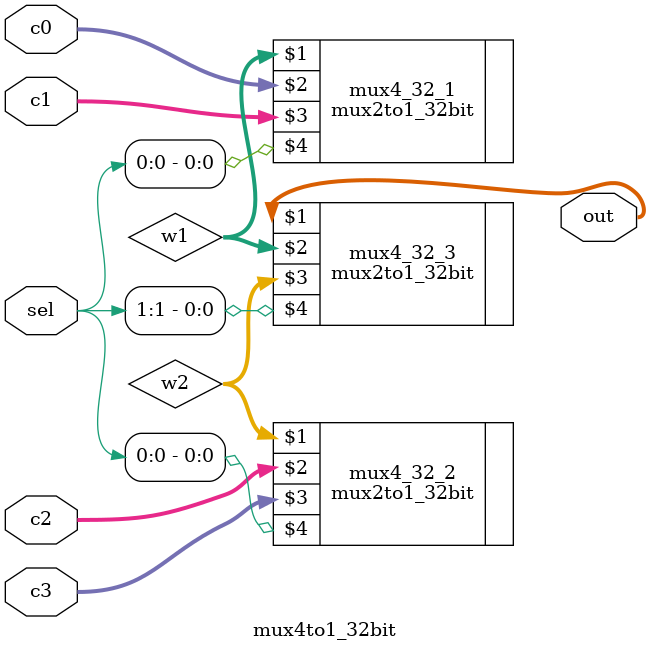
<source format=v>
module mux4to1_32bit(output[31:0]out,
							input[31:0]c0,
							input[31:0]c1,
							input[31:0]c2,
							input[31:0]c3,
							input[1:0] sel);
	wire [31:0] w1,w2;
	mux2to1_32bit mux4_32_1(w1,c0,c1,sel[0]);
	mux2to1_32bit mux4_32_2(w2,c2,c3,sel[0]);
	mux2to1_32bit mux4_32_3(out,w1,w2,sel[1]);

endmodule
</source>
